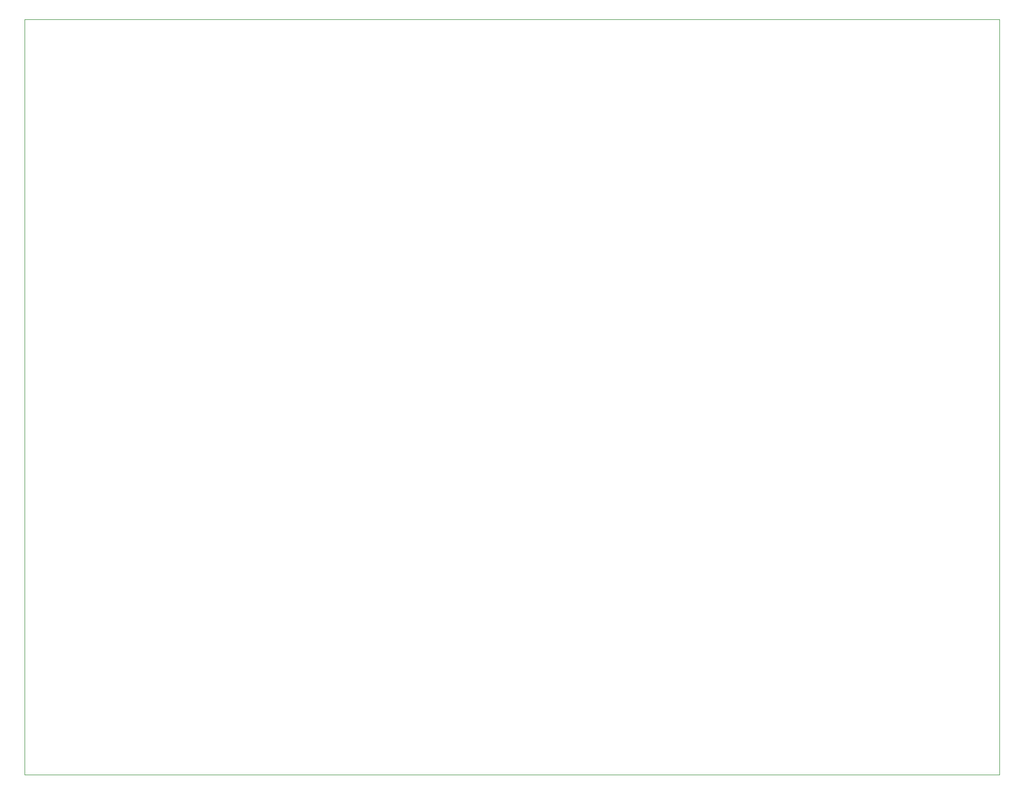
<source format=gm1>
G04 #@! TF.GenerationSoftware,KiCad,Pcbnew,(6.0.9)*
G04 #@! TF.CreationDate,2022-11-29T22:23:48+01:00*
G04 #@! TF.ProjectId,power_module,706f7765-725f-46d6-9f64-756c652e6b69,rev?*
G04 #@! TF.SameCoordinates,Original*
G04 #@! TF.FileFunction,Profile,NP*
%FSLAX46Y46*%
G04 Gerber Fmt 4.6, Leading zero omitted, Abs format (unit mm)*
G04 Created by KiCad (PCBNEW (6.0.9)) date 2022-11-29 22:23:48*
%MOMM*%
%LPD*%
G01*
G04 APERTURE LIST*
G04 #@! TA.AperFunction,Profile*
%ADD10C,0.100000*%
G04 #@! TD*
G04 APERTURE END LIST*
D10*
X22200000Y-21600000D02*
X180000000Y-21600000D01*
X180000000Y-21600000D02*
X180000000Y-144000000D01*
X180000000Y-144000000D02*
X22200000Y-144000000D01*
X22200000Y-144000000D02*
X22200000Y-21600000D01*
M02*

</source>
